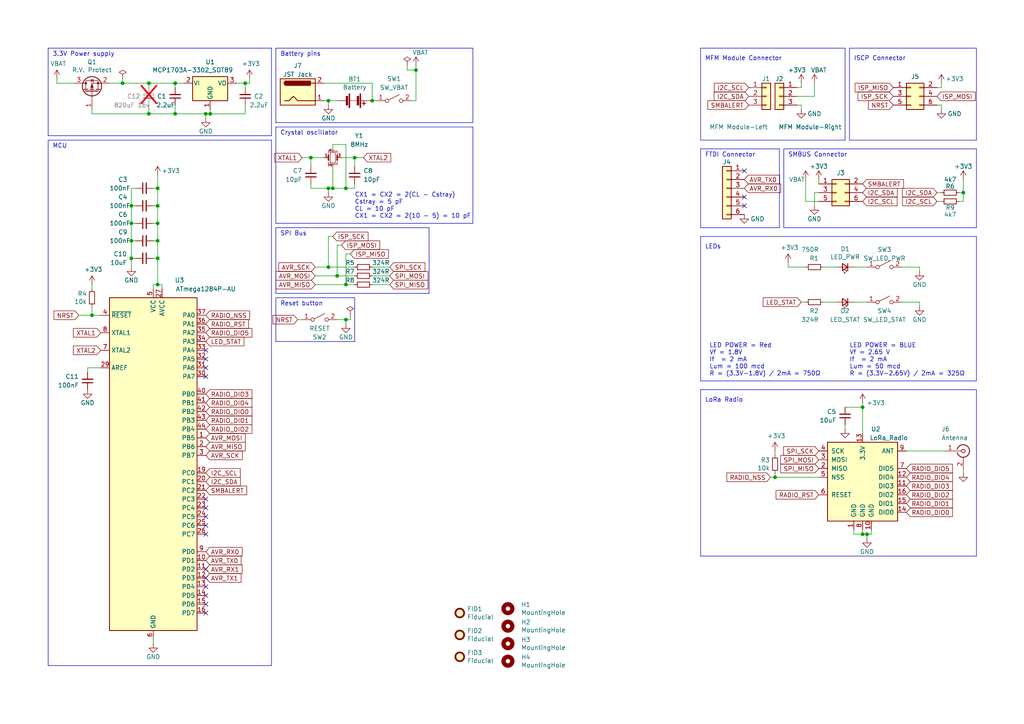
<source format=kicad_sch>
(kicad_sch (version 20230121) (generator eeschema)
  (paper "A4")
  (title_block (title "MFM Brain board") (date "2021-10-23") (rev "v3.6") (company "Senwize B.V."))
  (junction (at 224.79 138.43))
  (junction (at 43.18 33.02))
  (junction (at 96.52 54.61))
  (junction (at 100.33 82.55))
  (junction (at 100.33 54.61))
  (junction (at 43.18 24.13))
  (junction (at 38.1 64.77))
  (junction (at 95.25 54.61))
  (junction (at 38.1 74.93))
  (junction (at 250.19 154.94))
  (junction (at 250.19 118.11))
  (junction (at 50.8 24.13))
  (junction (at 50.8 33.02))
  (junction (at 251.46 154.94))
  (junction (at 45.72 54.61))
  (junction (at 90.17 45.72))
  (junction (at 38.1 69.85))
  (junction (at 102.87 45.72))
  (junction (at 59.69 33.02))
  (junction (at 60.96 33.02))
  (junction (at 45.72 69.85))
  (junction (at 120.65 20.32))
  (junction (at 71.12 24.13))
  (junction (at 45.72 82.55))
  (junction (at 95.25 77.47))
  (junction (at 97.79 80.01))
  (junction (at 35.56 24.13))
  (junction (at 26.67 91.44))
  (junction (at 100.33 92.71))
  (junction (at 45.72 64.77))
  (junction (at 45.72 74.93))
  (junction (at 38.1 59.69))
  (junction (at 279.4 55.88))
  (junction (at 45.72 59.69))
  (junction (at 95.25 29.21))
  (junction (at 107.95 29.21))
  (no_connect (at 215.9 49.53))
  (no_connect (at 59.69 101.6))
  (no_connect (at 59.69 104.14))
  (no_connect (at 59.69 147.32))
  (no_connect (at 59.69 109.22))
  (no_connect (at 215.9 57.15))
  (no_connect (at 59.69 165.1))
  (no_connect (at 59.69 175.26))
  (no_connect (at 59.69 170.18))
  (no_connect (at 59.69 177.8))
  (no_connect (at 59.69 149.86))
  (no_connect (at 215.9 59.69))
  (no_connect (at 59.69 167.64))
  (no_connect (at 59.69 154.94))
  (no_connect (at 59.69 106.68))
  (no_connect (at 59.69 172.72))
  (no_connect (at 59.69 152.4))
  (no_connect (at 59.69 144.78))
  (wire (pts (xy 95.25 77.47) (xy 102.87 77.47)))
  (polyline (pts (xy 80.01 36.83) (xy 80.01 64.77)))
  (wire (pts (xy 45.72 82.55) (xy 46.99 82.55)))
  (wire (pts (xy 107.95 24.13) (xy 107.95 29.21)))
  (wire (pts (xy 261.62 77.47) (xy 266.7 77.47)))
  (wire (pts (xy 236.22 27.94) (xy 236.22 24.13)))
  (polyline (pts (xy 124.46 85.09) (xy 80.01 85.09)))
  (wire (pts (xy 16.51 24.13) (xy 21.59 24.13)))
  (wire (pts (xy 102.87 53.34) (xy 102.87 54.61)))
  (polyline (pts (xy 203.2 13.97) (xy 245.11 13.97)))
  (polyline (pts (xy 80.01 99.06) (xy 80.01 86.36)))
  (wire (pts (xy 232.41 25.4) (xy 231.14 25.4)))
  (wire (pts (xy 100.33 73.66) (xy 100.33 82.55)))
  (wire (pts (xy 93.98 24.13) (xy 107.95 24.13)))
  (wire (pts (xy 102.87 45.72) (xy 102.87 48.26)))
  (wire (pts (xy 45.72 59.69) (xy 44.45 59.69)))
  (wire (pts (xy 38.1 54.61) (xy 38.1 59.69)))
  (wire (pts (xy 252.73 154.94) (xy 252.73 153.67)))
  (wire (pts (xy 224.79 137.16) (xy 224.79 138.43)))
  (wire (pts (xy 50.8 30.48) (xy 50.8 33.02)))
  (wire (pts (xy 271.78 25.4) (xy 273.05 25.4)))
  (wire (pts (xy 39.37 54.61) (xy 38.1 54.61)))
  (wire (pts (xy 45.72 74.93) (xy 45.72 82.55)))
  (wire (pts (xy 105.41 45.72) (xy 102.87 45.72)))
  (wire (pts (xy 271.78 30.48) (xy 273.05 30.48)))
  (wire (pts (xy 59.69 33.02) (xy 60.96 33.02)))
  (polyline (pts (xy 102.87 99.06) (xy 80.01 99.06)))
  (wire (pts (xy 262.89 130.81) (xy 274.32 130.81)))
  (wire (pts (xy 250.19 154.94) (xy 251.46 154.94)))
  (wire (pts (xy 247.65 87.63) (xy 251.46 87.63)))
  (wire (pts (xy 35.56 22.86) (xy 35.56 24.13)))
  (polyline (pts (xy 283.21 113.03) (xy 203.2 113.03)))
  (wire (pts (xy 26.67 31.75) (xy 26.67 33.02)))
  (wire (pts (xy 120.65 20.32) (xy 120.65 19.05)))
  (wire (pts (xy 44.45 185.42) (xy 44.45 186.69)))
  (polyline (pts (xy 78.74 40.64) (xy 78.74 193.04)))
  (wire (pts (xy 96.52 41.91) (xy 100.33 41.91)))
  (wire (pts (xy 279.4 58.42) (xy 278.13 58.42)))
  (wire (pts (xy 99.06 45.72) (xy 102.87 45.72)))
  (wire (pts (xy 90.17 53.34) (xy 90.17 54.61)))
  (wire (pts (xy 118.11 19.05) (xy 118.11 20.32)))
  (wire (pts (xy 261.62 87.63) (xy 266.7 87.63)))
  (wire (pts (xy 50.8 33.02) (xy 59.69 33.02)))
  (polyline (pts (xy 124.46 66.04) (xy 124.46 85.09)))
  (polyline (pts (xy 13.97 193.04) (xy 13.97 40.64)))
  (polyline (pts (xy 102.87 86.36) (xy 102.87 99.06)))
  (wire (pts (xy 251.46 77.47) (xy 247.65 77.47)))
  (polyline (pts (xy 283.21 68.58) (xy 283.21 110.49)))
  (wire (pts (xy 95.25 54.61) (xy 96.52 54.61)))
  (polyline (pts (xy 203.2 161.29) (xy 283.21 161.29)))
  (polyline (pts (xy 78.74 13.97) (xy 78.74 39.37)))
  (wire (pts (xy 35.56 24.13) (xy 43.18 24.13)))
  (wire (pts (xy 97.79 80.01) (xy 102.87 80.01)))
  (wire (pts (xy 232.41 24.13) (xy 232.41 25.4)))
  (wire (pts (xy 38.1 59.69) (xy 38.1 64.77)))
  (wire (pts (xy 232.41 31.75) (xy 232.41 30.48)))
  (wire (pts (xy 46.99 82.55) (xy 46.99 83.82)))
  (wire (pts (xy 247.65 154.94) (xy 247.65 153.67)))
  (wire (pts (xy 250.19 116.84) (xy 250.19 118.11)))
  (wire (pts (xy 271.78 55.88) (xy 273.05 55.88)))
  (wire (pts (xy 250.19 153.67) (xy 250.19 154.94)))
  (wire (pts (xy 266.7 87.63) (xy 266.7 88.9)))
  (wire (pts (xy 22.86 91.44) (xy 26.67 91.44)))
  (wire (pts (xy 237.49 55.88) (xy 236.22 55.88)))
  (wire (pts (xy 96.52 43.18) (xy 96.52 41.91)))
  (wire (pts (xy 231.14 27.94) (xy 236.22 27.94)))
  (polyline (pts (xy 246.38 40.64) (xy 246.38 13.97)))
  (wire (pts (xy 59.69 33.02) (xy 59.69 34.29)))
  (wire (pts (xy 101.6 91.44) (xy 101.6 92.71)))
  (wire (pts (xy 39.37 74.93) (xy 38.1 74.93)))
  (wire (pts (xy 38.1 69.85) (xy 38.1 74.93)))
  (wire (pts (xy 95.25 29.21) (xy 95.25 30.48)))
  (polyline (pts (xy 80.01 66.04) (xy 124.46 66.04)))
  (wire (pts (xy 97.79 92.71) (xy 100.33 92.71)))
  (wire (pts (xy 93.98 45.72) (xy 90.17 45.72)))
  (wire (pts (xy 119.38 29.21) (xy 120.65 29.21)))
  (wire (pts (xy 279.4 55.88) (xy 278.13 55.88)))
  (polyline (pts (xy 13.97 13.97) (xy 78.74 13.97)))
  (polyline (pts (xy 226.06 66.04) (xy 203.2 66.04)))
  (polyline (pts (xy 80.01 13.97) (xy 137.16 13.97)))
  (wire (pts (xy 26.67 91.44) (xy 29.21 91.44)))
  (wire (pts (xy 43.18 33.02) (xy 50.8 33.02)))
  (wire (pts (xy 251.46 156.21) (xy 251.46 154.94)))
  (wire (pts (xy 224.79 138.43) (xy 223.52 138.43)))
  (polyline (pts (xy 78.74 39.37) (xy 13.97 39.37)))
  (wire (pts (xy 233.68 87.63) (xy 232.41 87.63)))
  (wire (pts (xy 279.4 135.89) (xy 279.4 137.16)))
  (polyline (pts (xy 245.11 13.97) (xy 245.11 40.64)))
  (wire (pts (xy 71.12 30.48) (xy 71.12 33.02)))
  (polyline (pts (xy 203.2 43.18) (xy 203.2 66.04)))
  (wire (pts (xy 224.79 138.43) (xy 237.49 138.43)))
  (wire (pts (xy 279.4 52.07) (xy 279.4 55.88)))
  (wire (pts (xy 273.05 30.48) (xy 273.05 31.75)))
  (wire (pts (xy 107.95 77.47) (xy 113.03 77.47)))
  (wire (pts (xy 16.51 22.86) (xy 16.51 24.13)))
  (wire (pts (xy 90.17 54.61) (xy 95.25 54.61)))
  (wire (pts (xy 44.45 64.77) (xy 45.72 64.77)))
  (polyline (pts (xy 137.16 36.83) (xy 137.16 64.77)))
  (wire (pts (xy 97.79 71.12) (xy 97.79 80.01)))
  (wire (pts (xy 100.33 73.66) (xy 101.6 73.66)))
  (wire (pts (xy 238.76 87.63) (xy 242.57 87.63)))
  (wire (pts (xy 44.45 54.61) (xy 45.72 54.61)))
  (polyline (pts (xy 80.01 86.36) (xy 102.87 86.36)))
  (wire (pts (xy 120.65 20.32) (xy 120.65 29.21)))
  (wire (pts (xy 95.25 55.88) (xy 95.25 54.61)))
  (wire (pts (xy 245.11 123.19) (xy 245.11 124.46)))
  (wire (pts (xy 44.45 74.93) (xy 45.72 74.93)))
  (wire (pts (xy 228.6 76.2) (xy 228.6 77.47)))
  (polyline (pts (xy 203.2 43.18) (xy 226.06 43.18)))
  (wire (pts (xy 251.46 154.94) (xy 252.73 154.94)))
  (polyline (pts (xy 245.11 40.64) (xy 203.2 40.64)))
  (wire (pts (xy 273.05 25.4) (xy 273.05 24.13)))
  (wire (pts (xy 250.19 154.94) (xy 247.65 154.94)))
  (wire (pts (xy 90.17 45.72) (xy 90.17 48.26)))
  (wire (pts (xy 25.4 106.68) (xy 25.4 107.95)))
  (wire (pts (xy 38.1 64.77) (xy 38.1 69.85)))
  (wire (pts (xy 43.18 24.13) (xy 50.8 24.13)))
  (wire (pts (xy 90.17 45.72) (xy 87.63 45.72)))
  (polyline (pts (xy 227.33 66.04) (xy 283.21 66.04)))
  (wire (pts (xy 96.52 54.61) (xy 100.33 54.61)))
  (wire (pts (xy 228.6 77.47) (xy 233.68 77.47)))
  (wire (pts (xy 100.33 54.61) (xy 102.87 54.61)))
  (wire (pts (xy 38.1 64.77) (xy 39.37 64.77)))
  (wire (pts (xy 100.33 41.91) (xy 100.33 54.61)))
  (wire (pts (xy 96.52 68.58) (xy 95.25 68.58)))
  (wire (pts (xy 45.72 54.61) (xy 45.72 59.69)))
  (wire (pts (xy 266.7 77.47) (xy 266.7 78.74)))
  (wire (pts (xy 72.39 24.13) (xy 72.39 22.86)))
  (wire (pts (xy 120.65 20.32) (xy 118.11 20.32)))
  (wire (pts (xy 50.8 24.13) (xy 50.8 25.4)))
  (wire (pts (xy 237.49 58.42) (xy 233.68 58.42)))
  (wire (pts (xy 25.4 106.68) (xy 29.21 106.68)))
  (wire (pts (xy 44.45 69.85) (xy 45.72 69.85)))
  (polyline (pts (xy 203.2 113.03) (xy 203.2 161.29)))
  (wire (pts (xy 53.34 24.13) (xy 50.8 24.13)))
  (wire (pts (xy 45.72 69.85) (xy 45.72 74.93)))
  (wire (pts (xy 68.58 24.13) (xy 71.12 24.13)))
  (polyline (pts (xy 80.01 85.09) (xy 80.01 66.04)))
  (wire (pts (xy 250.19 118.11) (xy 250.19 125.73)))
  (wire (pts (xy 100.33 92.71) (xy 100.33 93.98)))
  (polyline (pts (xy 283.21 40.64) (xy 246.38 40.64)))
  (wire (pts (xy 43.18 25.4) (xy 43.18 24.13)))
  (wire (pts (xy 91.44 80.01) (xy 97.79 80.01)))
  (polyline (pts (xy 283.21 113.03) (xy 283.21 161.29)))
  (polyline (pts (xy 13.97 40.64) (xy 78.74 40.64)))
  (polyline (pts (xy 78.74 193.04) (xy 13.97 193.04)))
  (wire (pts (xy 232.41 30.48) (xy 231.14 30.48)))
  (wire (pts (xy 44.45 82.55) (xy 45.72 82.55)))
  (wire (pts (xy 86.36 92.71) (xy 87.63 92.71)))
  (wire (pts (xy 91.44 77.47) (xy 95.25 77.47)))
  (polyline (pts (xy 203.2 110.49) (xy 203.2 68.58)))
  (wire (pts (xy 279.4 55.88) (xy 279.4 58.42)))
  (polyline (pts (xy 283.21 13.97) (xy 283.21 40.64)))
  (wire (pts (xy 31.75 24.13) (xy 35.56 24.13)))
  (wire (pts (xy 45.72 64.77) (xy 45.72 69.85)))
  (polyline (pts (xy 80.01 36.83) (xy 137.16 36.83)))
  (polyline (pts (xy 227.33 43.18) (xy 227.33 66.04)))
  (polyline (pts (xy 137.16 64.77) (xy 80.01 64.77)))
  (wire (pts (xy 45.72 64.77) (xy 45.72 59.69)))
  (polyline (pts (xy 137.16 35.56) (xy 80.01 35.56)))
  (wire (pts (xy 245.11 118.11) (xy 250.19 118.11)))
  (wire (pts (xy 107.95 82.55) (xy 113.03 82.55)))
  (wire (pts (xy 96.52 48.26) (xy 96.52 54.61)))
  (polyline (pts (xy 283.21 110.49) (xy 203.2 110.49)))
  (wire (pts (xy 271.78 58.42) (xy 273.05 58.42)))
  (wire (pts (xy 93.98 29.21) (xy 95.25 29.21)))
  (wire (pts (xy 109.22 29.21) (xy 107.95 29.21)))
  (wire (pts (xy 242.57 77.47) (xy 238.76 77.47)))
  (polyline (pts (xy 80.01 13.97) (xy 80.01 35.56)))
  (polyline (pts (xy 283.21 43.18) (xy 227.33 43.18)))
  (wire (pts (xy 38.1 74.93) (xy 38.1 77.47)))
  (wire (pts (xy 39.37 59.69) (xy 38.1 59.69)))
  (polyline (pts (xy 283.21 43.18) (xy 283.21 66.04)))
  (wire (pts (xy 71.12 24.13) (xy 72.39 24.13)))
  (polyline (pts (xy 13.97 39.37) (xy 13.97 13.97)))
  (polyline (pts (xy 203.2 68.58) (xy 283.21 68.58)))
  (wire (pts (xy 100.33 82.55) (xy 102.87 82.55)))
  (wire (pts (xy 237.49 52.07) (xy 237.49 53.34)))
  (wire (pts (xy 99.06 71.12) (xy 97.79 71.12)))
  (polyline (pts (xy 137.16 13.97) (xy 137.16 35.56)))
  (wire (pts (xy 39.37 69.85) (xy 38.1 69.85)))
  (wire (pts (xy 60.96 33.02) (xy 71.12 33.02)))
  (polyline (pts (xy 246.38 13.97) (xy 283.21 13.97)))
  (wire (pts (xy 44.45 83.82) (xy 44.45 82.55)))
  (wire (pts (xy 71.12 24.13) (xy 71.12 25.4)))
  (wire (pts (xy 113.03 80.01) (xy 107.95 80.01)))
  (wire (pts (xy 60.96 33.02) (xy 60.96 31.75)))
  (wire (pts (xy 26.67 82.55) (xy 26.67 83.82)))
  (wire (pts (xy 26.67 33.02) (xy 43.18 33.02)))
  (wire (pts (xy 26.67 88.9) (xy 26.67 91.44)))
  (wire (pts (xy 95.25 29.21) (xy 97.79 29.21)))
  (polyline (pts (xy 226.06 43.18) (xy 226.06 66.04)))
  (wire (pts (xy 101.6 92.71) (xy 100.33 92.71)))
  (wire (pts (xy 233.68 52.07) (xy 233.68 58.42)))
  (polyline (pts (xy 203.2 40.64) (xy 203.2 13.97)))
  (wire (pts (xy 45.72 50.8) (xy 45.72 54.61)))
  (wire (pts (xy 43.18 30.48) (xy 43.18 33.02)))
  (wire (pts (xy 91.44 82.55) (xy 100.33 82.55)))
  (wire (pts (xy 95.25 68.58) (xy 95.25 77.47)))
  (wire (pts (xy 224.79 130.81) (xy 224.79 132.08)))
  (wire (pts (xy 236.22 55.88) (xy 236.22 59.69)))
  (text "LED POWER = BLUE\nVf = 2.65 V\nIf  = 2 mA\nLum = 50 mcd\nR = (3.3V-2.65V) / 2mA = 325Ω" (at 246.38 109.22 0) (effects (font (size 1.27 1.27)) (justify left bottom)))
  (text "LEDs" (at 204.47 72.39 0) (effects (font (size 1.27 1.27)) (justify left bottom)))
  (text "3.3V Power supply" (at 15.24 16.51 0) (effects (font (size 1.27 1.27)) (justify left bottom)))
  (text "SPI Bus" (at 81.28 68.58 0) (effects (font (size 1.27 1.27)) (justify left bottom)))
  (text "LoRa Radio" (at 204.47 116.84 0) (effects (font (size 1.27 1.27)) (justify left bottom)))
  (text "Crystal oscillator" (at 81.28 39.37 0) (effects (font (size 1.27 1.27)) (justify left bottom)))
  (text "ISCP Connector" (at 247.65 17.78 0) (effects (font (size 1.27 1.27)) (justify left bottom)))
  (text "CX1 = CX2 = 2(CL - Cstray)\nCstray = 5 pF\nCL = 10 pF\nCX1 = CX2 = 2(10 - 5) = 10 pF" (at 102.87 63.5 0) (effects (font (size 1.27 1.27)) (justify left bottom)))
  (text "Battery pins" (at 81.28 16.51 0) (effects (font (size 1.27 1.27)) (justify left bottom)))
  (text "Reset button" (at 81.28 88.9 0) (effects (font (size 1.27 1.27)) (justify left bottom)))
  (text "FTDI Connector" (at 204.47 45.72 0) (effects (font (size 1.27 1.27)) (justify left bottom)))
  (text "LED POWER = Red\nVf = 1.8V\nIf  = 2 mA\nLum = 100 mcd\nR = (3.3V-1.8V) / 2mA = 750Ω" (at 205.74 109.22 0) (effects (font (size 1.27 1.27)) (justify left bottom)))
  (text "SMBUS Connector" (at 228.6 45.72 0) (effects (font (size 1.27 1.27)) (justify left bottom)))
  (text "MCU" (at 15.24 43.18 0) (effects (font (size 1.27 1.27)) (justify left bottom)))
  (text "MFM Module Connector" (at 204.47 17.78 0) (effects (font (size 1.27 1.27)) (justify left bottom)))
  (global_label "ISP_SCK" (shape input) (at 259.08 27.94 180) (property "Intersheetrefs" "${INTERSHEET_REFS}" (effects hide)))
  (global_label "SPI_MOSI" (shape input) (at 113.03 80.01 0) (property "Intersheetrefs" "${INTERSHEET_REFS}" (effects hide)))
  (global_label "XTAL1" (shape input) (at 29.21 96.52 180) (property "Intersheetrefs" "${INTERSHEET_REFS}" (effects hide)))
  (global_label "I2C_SCL" (shape input) (at 271.78 58.42 180) (property "Intersheetrefs" "${INTERSHEET_REFS}" (effects hide)))
  (global_label "AVR_RX0" (shape input) (at 215.9 54.61 0) (property "Intersheetrefs" "${INTERSHEET_REFS}" (effects hide)))
  (global_label "RADIO_DIO5" (shape input) (at 262.89 135.89 0) (property "Intersheetrefs" "${INTERSHEET_REFS}" (effects hide)))
  (global_label "I2C_SDA" (shape input) (at 59.69 139.7 0) (property "Intersheetrefs" "${INTERSHEET_REFS}" (effects hide)))
  (global_label "ISP_MOSI" (shape input) (at 99.06 71.12 0) (property "Intersheetrefs" "${INTERSHEET_REFS}" (effects hide)))
  (global_label "NRST" (shape input) (at 86.36 92.71 180) (property "Intersheetrefs" "${INTERSHEET_REFS}" (effects hide)))
  (global_label "RADIO_NSS" (shape input) (at 59.69 91.44 0) (property "Intersheetrefs" "${INTERSHEET_REFS}" (effects hide)))
  (global_label "LED_STAT" (shape input) (at 59.69 99.06 0) (property "Intersheetrefs" "${INTERSHEET_REFS}" (effects hide)))
  (global_label "RADIO_DIO5" (shape input) (at 59.69 96.52 0) (property "Intersheetrefs" "${INTERSHEET_REFS}" (effects hide)))
  (global_label "ISP_MISO" (shape input) (at 259.08 25.4 180) (property "Intersheetrefs" "${INTERSHEET_REFS}" (effects hide)))
  (global_label "RADIO_NSS" (shape input) (at 223.52 138.43 180) (property "Intersheetrefs" "${INTERSHEET_REFS}" (effects hide)))
  (global_label "SMBALERT" (shape input) (at 250.19 53.34 0) (property "Intersheetrefs" "${INTERSHEET_REFS}" (effects hide)))
  (global_label "SMBALERT" (shape input) (at 217.17 30.48 180) (property "Intersheetrefs" "${INTERSHEET_REFS}" (effects hide)))
  (global_label "AVR_TX0" (shape input) (at 215.9 52.07 0) (property "Intersheetrefs" "${INTERSHEET_REFS}" (effects hide)))
  (global_label "RADIO_DIO2" (shape input) (at 59.69 124.46 0) (property "Intersheetrefs" "${INTERSHEET_REFS}" (effects hide)))
  (global_label "ISP_MISO" (shape input) (at 101.6 73.66 0) (property "Intersheetrefs" "${INTERSHEET_REFS}" (effects hide)))
  (global_label "XTAL2" (shape input) (at 29.21 101.6 180) (property "Intersheetrefs" "${INTERSHEET_REFS}" (effects hide)))
  (global_label "RADIO_RST" (shape input) (at 237.49 143.51 180) (property "Intersheetrefs" "${INTERSHEET_REFS}" (effects hide)))
  (global_label "RADIO_DIO3" (shape input) (at 59.69 114.3 0) (property "Intersheetrefs" "${INTERSHEET_REFS}" (effects hide)))
  (global_label "RADIO_DIO3" (shape input) (at 262.89 140.97 0) (property "Intersheetrefs" "${INTERSHEET_REFS}" (effects hide)))
  (global_label "AVR_MISO" (shape input) (at 91.44 82.55 180) (property "Intersheetrefs" "${INTERSHEET_REFS}" (effects hide)))
  (global_label "RADIO_DIO2" (shape input) (at 262.89 143.51 0) (property "Intersheetrefs" "${INTERSHEET_REFS}" (effects hide)))
  (global_label "AVR_RX1" (shape input) (at 59.69 165.1 0) (property "Intersheetrefs" "${INTERSHEET_REFS}" (effects hide)))
  (global_label "RADIO_DIO0" (shape input) (at 262.89 148.59 0) (property "Intersheetrefs" "${INTERSHEET_REFS}" (effects hide)))
  (global_label "AVR_MOSI" (shape input) (at 91.44 80.01 180) (property "Intersheetrefs" "${INTERSHEET_REFS}" (effects hide)))
  (global_label "XTAL1" (shape input) (at 87.63 45.72 180) (property "Intersheetrefs" "${INTERSHEET_REFS}" (effects hide)))
  (global_label "SPI_MISO" (shape input) (at 237.49 135.89 180) (property "Intersheetrefs" "${INTERSHEET_REFS}" (effects hide)))
  (global_label "SMBALERT" (shape input) (at 59.69 142.24 0) (property "Intersheetrefs" "${INTERSHEET_REFS}" (effects hide)))
  (global_label "NRST" (shape input) (at 259.08 30.48 180) (property "Intersheetrefs" "${INTERSHEET_REFS}" (effects hide)))
  (global_label "SPI_MOSI" (shape input) (at 237.49 133.35 180) (property "Intersheetrefs" "${INTERSHEET_REFS}" (effects hide)))
  (global_label "AVR_MOSI" (shape input) (at 59.69 127 0) (property "Intersheetrefs" "${INTERSHEET_REFS}" (effects hide)))
  (global_label "RADIO_DIO1" (shape input) (at 262.89 146.05 0) (property "Intersheetrefs" "${INTERSHEET_REFS}" (effects hide)))
  (global_label "RADIO_DIO4" (shape input) (at 59.69 116.84 0) (property "Intersheetrefs" "${INTERSHEET_REFS}" (effects hide)))
  (global_label "AVR_TX1" (shape input) (at 59.69 167.64 0) (property "Intersheetrefs" "${INTERSHEET_REFS}" (effects hide)))
  (global_label "RADIO_DIO1" (shape input) (at 59.69 121.92 0) (property "Intersheetrefs" "${INTERSHEET_REFS}" (effects hide)))
  (global_label "SPI_SCK" (shape input) (at 113.03 77.47 0) (property "Intersheetrefs" "${INTERSHEET_REFS}" (effects hide)))
  (global_label "RADIO_RST" (shape input) (at 59.69 93.98 0) (property "Intersheetrefs" "${INTERSHEET_REFS}" (effects hide)))
  (global_label "I2C_SCL" (shape input) (at 59.69 137.16 0) (property "Intersheetrefs" "${INTERSHEET_REFS}" (effects hide)))
  (global_label "RADIO_DIO0" (shape input) (at 59.69 119.38 0) (property "Intersheetrefs" "${INTERSHEET_REFS}" (effects hide)))
  (global_label "SPI_MISO" (shape input) (at 113.03 82.55 0) (property "Intersheetrefs" "${INTERSHEET_REFS}" (effects hide)))
  (global_label "XTAL2" (shape input) (at 105.41 45.72 0) (property "Intersheetrefs" "${INTERSHEET_REFS}" (effects hide)))
  (global_label "LED_STAT" (shape input) (at 232.41 87.63 180) (property "Intersheetrefs" "${INTERSHEET_REFS}" (effects hide)))
  (global_label "AVR_TX0" (shape input) (at 59.69 162.56 0) (property "Intersheetrefs" "${INTERSHEET_REFS}" (effects hide)))
  (global_label "ISP_SCK" (shape input) (at 96.52 68.58 0) (property "Intersheetrefs" "${INTERSHEET_REFS}" (effects hide)))
  (global_label "AVR_SCK" (shape input) (at 91.44 77.47 180) (property "Intersheetrefs" "${INTERSHEET_REFS}" (effects hide)))
  (global_label "SPI_SCK" (shape input) (at 237.49 130.81 180) (property "Intersheetrefs" "${INTERSHEET_REFS}" (effects hide)))
  (global_label "I2C_SDA" (shape input) (at 271.78 55.88 180) (property "Intersheetrefs" "${INTERSHEET_REFS}" (effects hide)))
  (global_label "NRST" (shape input) (at 22.86 91.44 180) (property "Intersheetrefs" "${INTERSHEET_REFS}" (effects hide)))
  (global_label "AVR_SCK" (shape input) (at 59.69 132.08 0) (property "Intersheetrefs" "${INTERSHEET_REFS}" (effects hide)))
  (global_label "AVR_RX0" (shape input) (at 59.69 160.02 0) (property "Intersheetrefs" "${INTERSHEET_REFS}" (effects hide)))
  (global_label "I2C_SDA" (shape input) (at 217.17 27.94 180) (property "Intersheetrefs" "${INTERSHEET_REFS}" (effects hide)))
  (global_label "I2C_SCL" (shape input) (at 217.17 25.4 180) (property "Intersheetrefs" "${INTERSHEET_REFS}" (effects hide)))
  (global_label "I2C_SCL" (shape input) (at 250.19 58.42 0) (property "Intersheetrefs" "${INTERSHEET_REFS}" (effects hide)))
  (global_label "ISP_MOSI" (shape input) (at 271.78 27.94 0) (property "Intersheetrefs" "${INTERSHEET_REFS}" (effects hide)))
  (global_label "AVR_MISO" (shape input) (at 59.69 129.54 0) (property "Intersheetrefs" "${INTERSHEET_REFS}" (effects hide)))
  (global_label "RADIO_DIO4" (shape input) (at 262.89 138.43 0) (property "Intersheetrefs" "${INTERSHEET_REFS}" (effects hide)))
  (global_label "I2C_SDA" (shape input) (at 250.19 55.88 0) (property "Intersheetrefs" "${INTERSHEET_REFS}" (effects hide)))
  (symbol (lib_id "MCU_Microchip_ATmega:ATmega1284P-AU") (at 44.45 134.62 0) (unit 1)
    (property "Reference" "U3" (at 52.07 81.28 0))
    (property "Value" "ATmega1284P-AU" (at 59.69 83.82 0))
    (property "Footprint" "Package_QFP:TQFP-44_10x10mm_P0.8mm" (effects hide))
    (property "Datasheet" "http://ww1.microchip.com/downloads/en/DeviceDoc/Atmel-8272-8-bit-AVR-microcontroller-ATmega164A_PA-324A_PA-644A_PA-1284_P_datasheet.pdf" (effects hide))
    (property "LCSC" "C33575" (effects hide))
    (property "MFR" "Microchip Technology / Atmel" (effects hide))
    (property "MFR#" "ATMEGA1284P-AUR" (effects hide))
  )
  (symbol (lib_id "Device:R_Small") (at 26.67 86.36 0) (mirror x) (unit 1)
    (property "Reference" "R4" (at 25.1968 85.1916 0) (effects (justify right)))
    (property "Value" "10k" (at 25.1968 87.503 0) (effects (justify right)))
    (property "Footprint" "custom_library_FP:R_0603_1608Metric_CRCW...C" (effects hide))
    (property "LCSC" "C25804" (effects hide))
    (property "MFR" "Vishay" (effects hide))
    (property "MFR#" "RCC060310K0FKEA" (effects hide))
    (property "LCSC_MFR" "UNI-ROYAL(Uniroyal Elec)" (effects hide))
    (property "LCSC_MFR#" "0603WAF1002T5E" (effects hide))
  )
  (symbol (lib_id "Device:C_Small") (at 41.91 69.85 90) (mirror x) (unit 1)
    (property "Reference" "C9" (at 34.29 67.31 90) (effects (justify right)))
    (property "Value" "100nF" (at 31.75 69.85 90) (effects (justify right)))
    (property "Footprint" "Capacitor_SMD:C_0603_1608Metric" (effects hide))
    (property "LCSC" "C14663" (effects hide))
    (property "LCSC_MFR#" "CC0603KRX7R9BB104" (effects hide))
    (property "MFR" "TDK" (effects hide))
    (property "MFR#" "C1608X7R1E104K080AA" (effects hide))
    (property "LCSC_MFR" "YAGEO" (effects hide))
  )
  (symbol (lib_id "power:GND") (at 38.1 77.47 0) (unit 1)
    (property "Reference" "#PWR030" (effects hide))
    (property "Value" "GND" (at 38.1 81.28 0))
  )
  (symbol (lib_id "Device:C_Small") (at 41.91 74.93 270) (mirror x) (unit 1)
    (property "Reference" "C10" (at 36.83 73.66 90) (effects (justify right)))
    (property "Value" "10uF" (at 36.83 76.2 90) (effects (justify right)))
    (property "Footprint" "Capacitor_SMD:C_0805_2012Metric_GRM21BR61E106MA73L" (effects hide))
    (property "LCSC" "C15850" (effects hide))
    (property "LCSC_MFR" "Samsung Electro-Mechanics" (effects hide))
    (property "LCSC_MFR#" "CL21A106KAYNNNE" (effects hide))
    (property "MFR" "Murata" (effects hide))
    (property "MFR#" "GRM21BR61E106MA73L" (effects hide))
  )
  (symbol (lib_id "Device:C_Small") (at 102.87 50.8 180) (unit 1)
    (property "Reference" "C8" (at 105.41 49.53 0) (effects (justify right)))
    (property "Value" "10pF" (at 105.41 52.07 0) (effects (justify right)))
    (property "Footprint" "Capacitor_SMD:C_0603_1608Metric" (effects hide))
    (property "LCSC" "C1648" (effects hide))
    (property "LCSC_MFR" "Samsung Electro-Mechanics" (effects hide))
    (property "LCSC_MFR#" "CL10C200JB8NNNC" (effects hide))
    (property "MFR" "Murata" (effects hide))
    (property "MFR#" "GRT0335C1E100GA02D" (effects hide))
  )
  (symbol (lib_id "Device:C_Small") (at 90.17 50.8 0) (mirror x) (unit 1)
    (property "Reference" "C7" (at 87.63 49.53 0) (effects (justify right)))
    (property "Value" "10pF" (at 87.63 52.07 0) (effects (justify right)))
    (property "Footprint" "Capacitor_SMD:C_0603_1608Metric" (effects hide))
    (property "LCSC" "C1648" (effects hide))
    (property "LCSC_MFR" "Samsung Electro-Mechanics" (effects hide))
    (property "LCSC_MFR#" "CL10C200JB8NNNC" (effects hide))
    (property "MFR" "Murata" (effects hide))
    (property "MFR#" "GRT0335C1E100GA02D" (effects hide))
  )
  (symbol (lib_id "power:GND") (at 95.25 55.88 0) (unit 1)
    (property "Reference" "#PWR027" (effects hide))
    (property "Value" "GND" (at 95.25 59.69 0))
  )
  (symbol (lib_id "power:GND") (at 273.05 31.75 0) (unit 1)
    (property "Reference" "#PWR023" (effects hide))
    (property "Value" "GND" (at 276.86 33.02 0))
  )
  (symbol (lib_id "Device:R_Small") (at 105.41 77.47 90) (mirror x) (unit 1)
    (property "Reference" "R5" (at 102.87 76.2 90) (effects (justify left)))
    (property "Value" "324R" (at 113.03 76.2 90) (effects (justify left)))
    (property "Footprint" "custom_library_FP:R_0603_1608Metric_CRCW...C" (effects hide))
    (property "LCSC" "C227819" (effects hide))
    (property "MFR" "Vishay" (effects hide))
    (property "MFR#" "CRCW0603324RFKEA" (effects hide))
    (property "LCSC_MFR" "YAGEO" (effects hide))
    (property "LCSC_MFR#" "AC0603FR-07324RL" (effects hide))
  )
  (symbol (lib_id "Device:R_Small") (at 105.41 80.01 90) (mirror x) (unit 1)
    (property "Reference" "R7" (at 102.87 78.74 90) (effects (justify left)))
    (property "Value" "324R" (at 113.03 78.74 90) (effects (justify left)))
    (property "Footprint" "custom_library_FP:R_0603_1608Metric_CRCW...C" (effects hide))
    (property "LCSC" "C227819" (effects hide))
    (property "MFR" "Vishay" (effects hide))
    (property "MFR#" "CRCW0603324RFKEA" (effects hide))
    (property "LCSC_MFR" "YAGEO" (effects hide))
    (property "LCSC_MFR#" "AC0603FR-07324RL" (effects hide))
  )
  (symbol (lib_id "Device:R_Small") (at 105.41 82.55 90) (mirror x) (unit 1)
    (property "Reference" "R8" (at 102.87 81.28 90) (effects (justify left)))
    (property "Value" "324R" (at 113.03 81.28 90) (effects (justify left)))
    (property "Footprint" "custom_library_FP:R_0603_1608Metric_CRCW...C" (effects hide))
    (property "LCSC" "C227819" (effects hide))
    (property "MFR" "Vishay" (effects hide))
    (property "MFR#" "CRCW0603324RFKEA" (effects hide))
    (property "LCSC_MFR" "YAGEO" (effects hide))
    (property "LCSC_MFR#" "AC0603FR-07324RL" (effects hide))
  )
  (symbol (lib_id "Switch:SW_SPST") (at 92.71 92.71 0) (unit 1)
    (property "Reference" "SW2" (at 92.71 97.79 0))
    (property "Value" "RESET" (at 92.71 95.25 0))
    (property "Footprint" "custom_library_FP:SW_SPST_PTS636" (effects hide))
    (property "LCSC" "C720477" (effects hide))
    (property "LCSC_FOOTPRINT" "custom_library_FP:SW_SPST_JLC" (effects hide))
    (property "LCSC_MFR" "XUNPU" (effects hide))
    (property "LCSC_MFR#" "TS-1088-AR02016" (effects hide))
    (property "MFR" "C&K" (effects hide))
    (property "MFR#" "PTS636 SM43 SMTR LFS" (effects hide))
  )
  (symbol (lib_id "power:GND") (at 100.33 93.98 0) (unit 1)
    (property "Reference" "#PWR0109" (effects hide))
    (property "Value" "GND" (at 100.33 97.79 0))
  )
  (symbol (lib_id "power:GND") (at 215.9 62.23 0) (unit 1)
    (property "Reference" "#PWR025" (effects hide))
    (property "Value" "GND" (at 219.71 63.5 0))
  )
  (symbol (lib_id "Device:C_Small") (at 50.8 27.94 0) (mirror x) (unit 1)
    (property "Reference" "C1" (at 48.26 27.94 0) (effects (justify right)))
    (property "Value" "2.2uF" (at 50.8 30.48 0) (effects (justify right)))
    (property "Footprint" "Capacitor_SMD:C_0603_1608Metric" (effects hide))
    (property "LCSC" "C23630" (effects hide))
    (property "MFR" "TDK" (effects hide))
    (property "MFR#" "C1608X7R1A225K080AE" (effects hide))
    (property "LCSC_MFR" "Samsung Electro-Mechanics" (effects hide))
    (property "LCSC_MFR#" "CL10A225KO8NNNC" (effects hide))
  )
  (symbol (lib_id "Device:C_Small") (at 71.12 27.94 180) (unit 1)
    (property "Reference" "C2" (at 73.66 27.94 0) (effects (justify right)))
    (property "Value" "2.2uF" (at 72.39 30.48 0) (effects (justify right)))
    (property "Footprint" "Capacitor_SMD:C_0603_1608Metric" (effects hide))
    (property "LCSC" "C23630" (effects hide))
    (property "MFR" "TDK" (effects hide))
    (property "MFR#" "C1608X7R1A225K080AE" (effects hide))
    (property "LCSC_MFR" "Samsung Electro-Mechanics" (effects hide))
    (property "LCSC_MFR#" "CL10A225KO8NNNC" (effects hide))
  )
  (symbol (lib_id "power:GND") (at 59.69 34.29 0) (unit 1)
    (property "Reference" "#PWR017" (effects hide))
    (property "Value" "GND" (at 59.69 38.1 0))
  )
  (symbol (lib_id "power:+3.3V") (at 26.67 82.55 0) (unit 1)
    (property "Reference" "#PWR031" (effects hide))
    (property "Value" "+3.3V" (at 27.051 78.1558 0))
  )
  (symbol (lib_id "power:+3.3V") (at 273.05 24.13 0) (unit 1)
    (property "Reference" "#PWR019" (effects hide))
    (property "Value" "+3.3V" (at 276.86 22.86 0))
  )
  (symbol (lib_id "Device:C_Small") (at 25.4 110.49 0) (mirror x) (unit 1)
    (property "Reference" "C11" (at 22.86 109.22 0) (effects (justify right)))
    (property "Value" "100nF" (at 22.86 111.76 0) (effects (justify right)))
    (property "Footprint" "Capacitor_SMD:C_0603_1608Metric" (effects hide))
    (property "LCSC" "C14663" (effects hide))
    (property "LCSC_MFR#" "CC0603KRX7R9BB104" (effects hide))
    (property "MFR" "TDK" (effects hide))
    (property "MFR#" "C1608X7R1E104K080AA" (effects hide))
    (property "LCSC_MFR" "YAGEO" (effects hide))
  )
  (symbol (lib_id "power:GND") (at 25.4 113.03 0) (unit 1)
    (property "Reference" "#PWR033" (effects hide))
    (property "Value" "GND" (at 25.4 116.84 0))
  )
  (symbol (lib_id "power:+3.3V") (at 72.39 22.86 0) (unit 1)
    (property "Reference" "#PWR07" (effects hide))
    (property "Value" "+3.3V" (at 72.771 18.4658 0))
  )
  (symbol (lib_id "Switch:SW_SPST") (at 114.3 29.21 0) (unit 1)
    (property "Reference" "SW1" (at 114.3 22.86 0))
    (property "Value" "SW_VBAT" (at 114.3 25.4 0))
    (property "Footprint" "Connector_PinHeader_2.54mm:PinHeader_1x02_P2.54mm_Vertical" (effects hide))
    (property "LCSC" "C160332" (effects hide))
    (property "MFR" "Preci-dip" (effects hide))
    (property "MFR#" "800-10-002-10-002101" (effects hide))
  )
  (symbol (lib_id "Mechanical:MountingHole") (at 147.32 191.77 270) (unit 1)
    (property "Reference" "H4" (at 151.13 190.6016 90) (effects (justify left)))
    (property "Value" "MountingHole" (at 151.13 192.913 90) (effects (justify left)))
    (property "Footprint" "MountingHole:MountingHole_2.7mm_M2.5_DIN965" (effects hide))
  )
  (symbol (lib_id "Device:LED_Small") (at 245.11 77.47 180) (unit 1)
    (property "Reference" "D1" (at 245.11 72.2122 0))
    (property "Value" "LED_PWR" (at 245.11 74.5236 0))
    (property "Footprint" "custom_library_FP:LED_0805_2012Metric_APT2012LSECK" (effects hide))
    (property "LCSC" "C84256" (effects hide))
    (property "MFR" "Kingbright" (effects hide))
    (property "MFR#" "APT2012LSECK/J3-PRV" (effects hide))
    (property "LCSC_MFR" "Foshan NationStar Optoelectronics" (effects hide))
    (property "LCSC_MFR#" "NCD0805R1" (effects hide))
  )
  (symbol (lib_id "Device:LED_Small") (at 245.11 87.63 180) (unit 1)
    (property "Reference" "D2" (at 245.11 90.17 0))
    (property "Value" "LED_STAT" (at 245.11 92.71 0))
    (property "Footprint" "custom_library_FP:LED_0805_2012Metric_APTD2012LQBC-D" (effects hide))
    (property "LCSC" "C2293" (effects hide))
    (property "MFR" "Kingbright" (effects hide))
    (property "MFR#" "APTD2012LQBC/D" (effects hide))
    (property "LCSC_MFR" "Hubei KENTO Elec" (effects hide))
    (property "LCSC_MFR#" "C2293" (effects hide))
  )
  (symbol (lib_id "Switch:SW_SPST") (at 256.54 77.47 0) (unit 1)
    (property "Reference" "SW3" (at 256.54 72.39 0))
    (property "Value" "SW_LED_PWR" (at 256.54 74.93 0))
    (property "Footprint" "Connector_PinHeader_2.54mm:PinHeader_1x02_P2.54mm_Vertical" (effects hide))
    (property "LCSC" "C160332" (effects hide))
    (property "MFR" "Preci-dip" (effects hide))
    (property "MFR#" "800-10-002-10-002101" (effects hide))
  )
  (symbol (lib_id "Switch:SW_SPST") (at 256.54 87.63 0) (unit 1)
    (property "Reference" "SW4" (at 256.54 90.17 0))
    (property "Value" "SW_LED_STAT" (at 256.54 92.71 0))
    (property "Footprint" "Connector_PinHeader_2.54mm:PinHeader_1x02_P2.54mm_Vertical" (effects hide))
    (property "LCSC" "C160332" (effects hide))
    (property "MFR" "Preci-dip" (effects hide))
    (property "MFR#" "800-10-002-10-002101" (effects hide))
  )
  (symbol (lib_id "Device:R_Small") (at 236.22 77.47 90) (mirror x) (unit 1)
    (property "Reference" "R1" (at 237.49 74.93 90) (effects (justify left)))
    (property "Value" "750R" (at 237.49 72.39 90) (effects (justify left)))
    (property "Footprint" "custom_library_FP:R_0603_1608Metric_CRCW...C" (effects hide))
    (property "LCSC" "C23241" (effects hide))
    (property "MFR" "Vishay" (effects hide))
    (property "MFR#" "CRCW0603750RFKEAC" (effects hide))
    (property "LCSC_MFR" "UNI-ROYAL(Uniroyal Elec)" (effects hide))
    (property "LCSC_MFR#" "0603WAF7500T5E" (effects hide))
  )
  (symbol (lib_id "power:GND") (at 266.7 78.74 0) (unit 1)
    (property "Reference" "#PWR09" (effects hide))
    (property "Value" "GND" (at 266.7 82.55 0))
  )
  (symbol (lib_id "power:GND") (at 266.7 88.9 0) (unit 1)
    (property "Reference" "#PWR015" (effects hide))
    (property "Value" "GND" (at 266.7 92.71 0))
  )
  (symbol (lib_id "power:+3.3V") (at 279.4 52.07 0) (unit 1)
    (property "Reference" "#PWR0110" (effects hide))
    (property "Value" "+3.3V" (at 279.4 48.26 0))
  )
  (symbol (lib_id "Device:R_Small") (at 236.22 87.63 90) (mirror x) (unit 1)
    (property "Reference" "R2" (at 237.49 90.17 90) (effects (justify left)))
    (property "Value" "324R" (at 237.49 92.71 90) (effects (justify left)))
    (property "Footprint" "custom_library_FP:R_0603_1608Metric_CRCW...C" (effects hide))
    (property "LCSC" "C227819" (effects hide))
    (property "MFR" "Vishay" (effects hide))
    (property "MFR#" "CRCW0603324RFKEA" (effects hide))
    (property "LCSC_MFR" "YAGEO" (effects hide))
    (property "LCSC_MFR#" "AC0603FR-07324RL" (effects hide))
  )
  (symbol (lib_id "power:+3.3V") (at 228.6 76.2 0) (unit 1)
    (property "Reference" "#PWR08" (effects hide))
    (property "Value" "+3.3V" (at 228.981 71.8058 0))
  )
  (symbol (lib_id "Mechanical:MountingHole") (at 147.32 176.53 270) (unit 1)
    (property "Reference" "H1" (at 151.13 175.3616 90) (effects (justify left)))
    (property "Value" "MountingHole" (at 151.13 177.673 90) (effects (justify left)))
    (property "Footprint" "MountingHole:MountingHole_2.7mm_M2.5_DIN965" (effects hide))
  )
  (symbol (lib_id "Device:R_Small") (at 275.59 58.42 90) (mirror x) (unit 1)
    (property "Reference" "R9" (at 275.59 60.96 90) (effects (justify bottom)))
    (property "Value" "4k7" (at 275.59 62.23 90))
    (property "Footprint" "custom_library_FP:R_0603_1608Metric_CRCW...C" (effects hide))
    (property "LCSC" "C23162" (effects hide))
    (property "MFR" "Vishay" (effects hide))
    (property "MFR#" "RCC06034K70FKEA" (effects hide))
  )
  (symbol (lib_id "Device:R_Small") (at 275.59 55.88 90) (mirror x) (unit 1)
    (property "Reference" "R6" (at 275.59 53.34 90) (effects (justify top)))
    (property "Value" "4k7" (at 275.59 52.07 90))
    (property "Footprint" "custom_library_FP:R_0603_1608Metric_CRCW...C" (effects hide))
    (property "LCSC" "C23162" (effects hide))
    (property "MFR" "Vishay" (effects hide))
    (property "MFR#" "RCC06034K70FKEA" (effects hide))
  )
  (symbol (lib_id "Mechanical:MountingHole") (at 147.32 181.61 270) (unit 1)
    (property "Reference" "H2" (at 151.13 180.4416 90) (effects (justify left)))
    (property "Value" "MountingHole" (at 151.13 182.753 90) (effects (justify left)))
    (property "Footprint" "MountingHole:MountingHole_2.7mm_M2.5_DIN965" (effects hide))
  )
  (symbol (lib_id "Mechanical:MountingHole") (at 147.32 186.69 270) (unit 1)
    (property "Reference" "H3" (at 151.13 185.5216 90) (effects (justify left)))
    (property "Value" "MountingHole" (at 151.13 187.833 90) (effects (justify left)))
    (property "Footprint" "MountingHole:MountingHole_2.7mm_M2.5_DIN965" (effects hide))
  )
  (symbol (lib_id "project:VBAT") (at 16.51 22.86 0) (unit 1)
    (property "Reference" "#PWR05" (effects hide))
    (property "Value" "VBAT" (at 16.891 18.4658 0))
  )
  (symbol (lib_id "power:GND") (at 44.45 186.69 0) (unit 1)
    (property "Reference" "#PWR039" (effects hide))
    (property "Value" "GND" (at 44.45 190.5 0))
  )
  (symbol (lib_id "RF_Module:RFM95W-868S2") (at 250.19 138.43 0) (unit 1)
    (property "Reference" "U2" (at 254 124.46 0))
    (property "Value" "LoRa_Radio" (at 257.81 127 0))
    (property "Footprint" "RF_Module:HOPERF_RFM9XW_SMD" (effects hide))
    (property "Datasheet" "https://www.hoperf.com/data/upload/portal/20181127/5bfcbea20e9ef.pdf" (effects hide))
    (property "MFR" "NiceRF" (effects hide))
    (property "MFR#" "SX1276-Module" (effects hide))
  )
  (symbol (lib_id "Device:C_Small") (at 245.11 120.65 0) (mirror x) (unit 1)
    (property "Reference" "C5" (at 242.57 119.38 0) (effects (justify right)))
    (property "Value" "10uF" (at 242.57 121.92 0) (effects (justify right)))
    (property "Footprint" "Capacitor_SMD:C_0805_2012Metric_GRM21BR61E106MA73L" (effects hide))
    (property "LCSC" "C15850" (effects hide))
    (property "LCSC_MFR" "Samsung Electro-Mechanics" (effects hide))
    (property "LCSC_MFR#" "CL21A106KAYNNNE" (effects hide))
    (property "MFR" "Murata" (effects hide))
    (property "MFR#" "GRM21BR61E106MA73L" (effects hide))
  )
  (symbol (lib_id "power:+3.3V") (at 250.19 116.84 0) (unit 1)
    (property "Reference" "#PWR032" (effects hide))
    (property "Value" "+3.3V" (at 254 116.84 0))
  )
  (symbol (lib_id "power:GND") (at 251.46 156.21 0) (unit 1)
    (property "Reference" "#PWR037" (effects hide))
    (property "Value" "GND" (at 251.46 160.02 0))
  )
  (symbol (lib_id "Device:R_Small") (at 224.79 134.62 0) (mirror x) (unit 1)
    (property "Reference" "R3" (at 223.3168 133.4516 0) (effects (justify right)))
    (property "Value" "10k" (at 223.3168 135.763 0) (effects (justify right)))
    (property "Footprint" "custom_library_FP:R_0603_1608Metric_CRCW...C" (effects hide))
    (property "LCSC" "C25804" (effects hide))
    (property "MFR" "Vishay" (effects hide))
    (property "MFR#" "RCC060310K0FKEA" (effects hide))
    (property "LCSC_MFR" "UNI-ROYAL(Uniroyal Elec)" (effects hide))
    (property "LCSC_MFR#" "0603WAF1002T5E" (effects hide))
  )
  (symbol (lib_id "power:+3.3V") (at 224.79 130.81 0) (unit 1)
    (property "Reference" "#PWR034" (effects hide))
    (property "Value" "+3.3V" (at 225.171 126.4158 0))
  )
  (symbol (lib_id "Connector:Conn_Coaxial") (at 279.4 130.81 0) (unit 1)
    (property "Reference" "J6" (at 273.05 124.46 0) (effects (justify left)))
    (property "Value" "Antenna" (at 273.05 127 0) (effects (justify left)))
    (property "Footprint" "custom_library_FP:LINX_CONSMA001-SMD-G" (effects hide))
    (property "Datasheet" " ~" (effects hide))
    (property "MFR" "Linx Technologies" (effects hide))
    (property "MFR#" "CONSMA001-SMD-G-T" (effects hide))
  )
  (symbol (lib_id "power:GND") (at 279.4 137.16 0) (unit 1)
    (property "Reference" "#PWR035" (effects hide))
    (property "Value" "GND" (effects hide))
  )
  (symbol (lib_id "power:GND") (at 245.11 124.46 0) (unit 1)
    (property "Reference" "#PWR04" (effects hide))
    (property "Value" "GND" (effects hide))
  )
  (symbol (lib_id "Connector_Generic:Conn_02x03_Odd_Even") (at 242.57 55.88 0) (unit 1)
    (property "Reference" "J3" (at 243.84 50.165 0))
    (property "Value" "SMBUS Connector" (effects hide))
    (property "Footprint" "Connector_PinHeader_2.54mm:PinHeader_2x03_P2.54mm_Vertical" (effects hide))
    (property "LCSC" "C124384" (effects hide))
    (property "MFR" "Preci-dip" (effects hide))
    (property "MFR#" "892-18-006-10-002101" (effects hide))
  )
  (symbol (lib_id "power:+3.3V") (at 237.49 52.07 0) (unit 1)
    (property "Reference" "#PWR02" (effects hide))
    (property "Value" "+3.3V" (at 237.49 48.26 0))
  )
  (symbol (lib_id "power:GND") (at 236.22 59.69 0) (unit 1)
    (property "Reference" "#PWR012" (effects hide))
    (property "Value" "GND" (at 236.22 63.5 0))
  )
  (symbol (lib_id "Device:Battery") (at 102.87 29.21 270) (unit 1)
    (property "Reference" "BT1" (at 102.87 22.987 90))
    (property "Value" "Battery" (at 102.87 25.2984 90))
    (property "Footprint" "Battery:BatteryHolder_Keystone_2462_2xAA" (effects hide))
    (property "MFR" "Keystone" (effects hide))
    (property "MFR#" "2462" (effects hide))
  )
  (symbol (lib_id "project:VBAT") (at 233.68 52.07 0) (unit 1)
    (property "Reference" "#PWR021" (effects hide))
    (property "Value" "VBAT" (at 231.14 52.07 0))
  )
  (symbol (lib_id "power:GND") (at 95.25 30.48 0) (unit 1)
    (property "Reference" "#PWR016" (effects hide))
    (property "Value" "GND" (at 95.25 34.29 0))
  )
  (symbol (lib_id "project:VBAT") (at 120.65 19.05 0) (unit 1)
    (property "Reference" "#PWR011" (effects hide))
    (property "Value" "VBAT" (at 121.92 15.24 0))
  )
  (symbol (lib_id "power:PWR_FLAG") (at 35.56 22.86 0) (unit 1)
    (property "Reference" "#FLG04" (effects hide))
    (property "Value" "PWR_FLAG" (effects hide))
  )
  (symbol (lib_id "power:PWR_FLAG") (at 118.11 19.05 0) (unit 1)
    (property "Reference" "#FLG03" (effects hide))
    (property "Value" "PWR_FLAG" (effects hide))
  )
  (symbol (lib_id "Device:CP_Small") (at 43.18 27.94 0) (unit 1) (dnp yes)
    (property "Reference" "C12" (at 36.83 27.94 0) (effects (justify left)))
    (property "Value" "820uF 16v" (at 33.02 30.48 0) (effects (justify left)))
    (property "Footprint" "Capacitor_SMD:C_Elec_8x10.2" (effects hide))
    (property "MFR" "Panasonic" (effects hide))
    (property "MFR#" "EEE-FT1C821UL" (effects hide))
  )
  (symbol (lib_id "Device:C_Small") (at 41.91 64.77 90) (mirror x) (unit 1)
    (property "Reference" "C6" (at 34.29 62.23 90) (effects (justify right)))
    (property "Value" "100nF" (at 31.75 64.77 90) (effects (justify right)))
    (property "Footprint" "Capacitor_SMD:C_0603_1608Metric" (effects hide))
    (property "LCSC" "C14663" (effects hide))
    (property "LCSC_MFR#" "CC0603KRX7R9BB104" (effects hide))
    (property "MFR" "TDK" (effects hide))
    (property "MFR#" "C1608X7R1E104K080AA" (effects hide))
    (property "LCSC_MFR" "YAGEO" (effects hide))
  )
  (symbol (lib_id "Device:C_Small") (at 41.91 59.69 90) (mirror x) (unit 1)
    (property "Reference" "C4" (at 34.29 57.15 90) (effects (justify right)))
    (property "Value" "100nF" (at 31.75 59.69 90) (effects (justify right)))
    (property "Footprint" "Capacitor_SMD:C_0603_1608Metric" (effects hide))
    (property "LCSC" "C14663" (effects hide))
    (property "LCSC_MFR#" "CC0603KRX7R9BB104" (effects hide))
    (property "MFR" "TDK" (effects hide))
    (property "MFR#" "C1608X7R1E104K080AA" (effects hide))
    (property "LCSC_MFR" "YAGEO" (effects hide))
  )
  (symbol (lib_id "Connector_Generic:Conn_02x03_Odd_Even") (at 264.16 27.94 0) (unit 1)
    (property "Reference" "J5" (at 265.43 22.225 0))
    (property "Value" "ICSP Connector" (effects hide))
    (property "Footprint" "Connector_PinHeader_2.54mm:PinHeader_2x03_P2.54mm_Vertical" (effects hide))
    (property "LCSC" "C124384" (effects hide))
    (property "MFR" "Preci-dip" (effects hide))
    (property "MFR#" "892-18-006-10-002101" (effects hide))
  )
  (symbol (lib_id "Device:C_Small") (at 41.91 54.61 90) (mirror x) (unit 1)
    (property "Reference" "C3" (at 34.29 52.07 90) (effects (justify right)))
    (property "Value" "100nF" (at 31.75 54.61 90) (effects (justify right)))
    (property "Footprint" "Capacitor_SMD:C_0603_1608Metric" (effects hide))
    (property "LCSC" "C14663" (effects hide))
    (property "LCSC_MFR#" "CC0603KRX7R9BB104" (effects hide))
    (property "MFR" "TDK" (effects hide))
    (property "MFR#" "C1608X7R1E104K080AA" (effects hide))
    (property "LCSC_MFR" "YAGEO" (effects hide))
  )
  (symbol (lib_id "Device:Q_PMOS_GSD") (at 26.67 26.67 90) (unit 1)
    (property "Reference" "Q1" (at 26.67 17.9832 90))
    (property "Value" "R.V. Protect" (at 26.67 20.2946 90))
    (property "Footprint" "Package_TO_SOT_SMD:SOT-23" (effects hide))
    (property "LCSC" "C10487" (effects hide))
    (property "LCSC_MFR#" "SI2301CDS-T1-GE3" (effects hide))
    (property "MFR#" "SI2315BDS-T1-E3" (effects hide))
    (property "MFR" "Vishay" (effects hide))
    (property "LCSC_MFR" "Vishay" (effects hide))
  )
  (symbol (lib_id "power:+3.3V") (at 45.72 50.8 0) (unit 1)
    (property "Reference" "#PWR0101" (effects hide))
    (property "Value" "+3.3V" (at 49.53 49.53 0))
  )
  (symbol (lib_id "Connector_Generic:Conn_01x06") (at 210.82 54.61 0) (mirror y) (unit 1)
    (property "Reference" "J4" (at 210.82 46.99 0))
    (property "Value" "FTDI Connector" (effects hide))
    (property "Footprint" "Connector_PinSocket_2.54mm:PinSocket_1x06_P2.54mm_Vertical" (effects hide))
    (property "LCSC" "C124415 " (effects hide))
    (property "MFR" "Preci-dip" (effects hide))
    (property "MFR#" "801-87-006-10-001101" (effects hide))
  )
  (symbol (lib_id "Regulator_Linear:MCP1703A-3302_SOT89") (at 60.96 24.13 0) (unit 1)
    (property "Reference" "U1" (at 60.96 17.9832 0))
    (property "Value" "MCP1703A-3302_SOT89" (at 55.88 20.32 0))
    (property "Footprint" "custom_library_FP:SOT-89-3_MCP1703" (effects hide))
    (property "Datasheet" "http://ww1.microchip.com/downloads/en/DeviceDoc/20005122B.pdf" (effects hide))
    (property "MFR" "Microchip Technology" (effects hide))
    (property "MFR#" "MCP1703AT-3302E/MB" (effects hide))
    (property "LCSC" "C27287" (effects hide))
    (property "LCSC_MFR" "MCP1703T-3302E/MB" (effects hide))
    (property "LCSC_MFR#" "Microchip Technology" (effects hide))
  )
  (symbol (lib_id "Connector_Generic:Conn_01x03") (at 222.25 27.94 0) (unit 1)
    (property "Reference" "J1" (at 220.98 22.86 0) (effects (justify left)))
    (property "Value" "MFM Module-Left" (at 205.74 36.83 0) (effects (justify left)))
    (property "Footprint" "custom_library_FP:MFM_Module_Board_P123" (effects hide))
    (property "MFR" "Preci-dip" (effects hide))
    (property "MFR#" "801-87-003-10-005101" (effects hide))
  )
  (symbol (lib_id "Connector_Generic:Conn_01x03") (at 226.06 27.94 0) (mirror y) (unit 1)
    (property "Reference" "J2" (at 226.06 22.86 0))
    (property "Value" "MFM Module-Right" (at 234.95 36.83 0))
    (property "Footprint" "Connector_PinSocket_2.54mm:PinSocket_1x03_P2.54mm_Vertical" (effects hide))
    (property "MFR" "Preci-dip" (effects hide))
    (property "MFR#" "801-87-003-10-005101" (effects hide))
  )
  (symbol (lib_id "power:+3.3V") (at 232.41 24.13 0) (unit 1)
    (property "Reference" "#PWR06" (effects hide))
    (property "Value" "+3.3V" (at 231.14 20.32 0))
  )
  (symbol (lib_id "project:VBAT") (at 236.22 24.13 0) (unit 1)
    (property "Reference" "#PWR013" (effects hide))
    (property "Value" "VBAT" (at 237.49 20.32 0))
  )
  (symbol (lib_id "power:GND") (at 232.41 31.75 0) (unit 1)
    (property "Reference" "#PWR010" (effects hide))
    (property "Value" "GND" (at 236.22 33.02 0))
  )
  (symbol (lib_id "Device:Crystal_GND24_Small") (at 96.52 45.72 0) (unit 1)
    (property "Reference" "Y1" (at 102.87 39.37 0) (effects (justify left)))
    (property "Value" "8MHz" (at 101.6 41.91 0) (effects (justify left)))
    (property "Footprint" "Crystal:Crystal_SMD_Abracon_ABM3B-4Pin_5.0x3.2mm" (effects hide))
    (property "MFR" "ABRACON" (effects hide))
    (property "MFR#" "ABM3B-8.000MHZ-10-1-U-T" (effects hide))
    (property "LCSC" "C254382" (effects hide))
    (property "LCSC_MFR" "HELE(Harmony Elec)" (effects hide))
    (property "LCSC_MFR#" "X1H008000DI1H-HW" (effects hide))
  )
  (symbol (lib_id "power:PWR_FLAG") (at 101.6 91.44 0) (unit 1)
    (property "Reference" "#FLG0101" (effects hide))
    (property "Value" "PWR_FLAG" (effects hide))
  )
  (symbol (lib_id "mfm-v3-smd-rescue:JST_Jack-Connector") (at 86.36 26.67 0) (unit 1)
    (property "Reference" "J7" (at 86.36 19.05 0))
    (property "Value" "JST Jack" (at 86.36 21.59 0))
    (property "Footprint" "Connector_JST:JST_XH_B2B-XH-A_1x02_P2.50mm_Vertical" (effects hide))
  )
  (symbol (lib_id "Mechanical:Fiducial") (at 133.35 177.8 0) (unit 1)
    (property "Reference" "FID1" (at 135.509 176.6316 0) (effects (justify left)))
    (property "Value" "Fiducial" (at 135.509 178.943 0) (effects (justify left)))
    (property "Footprint" "Fiducial:Fiducial_1mm_Mask2mm" (effects hide))
  )
  (symbol (lib_id "Mechanical:Fiducial") (at 133.35 184.15 0) (unit 1)
    (property "Reference" "FID2" (at 135.509 182.9816 0) (effects (justify left)))
    (property "Value" "Fiducial" (at 135.509 185.293 0) (effects (justify left)))
    (property "Footprint" "Fiducial:Fiducial_1mm_Mask2mm" (effects hide))
  )
  (symbol (lib_id "Mechanical:Fiducial") (at 133.35 190.5 0) (unit 1)
    (property "Reference" "FID3" (at 135.509 189.3316 0) (effects (justify left)))
    (property "Value" "Fiducial" (at 135.509 191.643 0) (effects (justify left)))
    (property "Footprint" "Fiducial:Fiducial_1mm_Mask2mm" (effects hide))
  )
)
</source>
